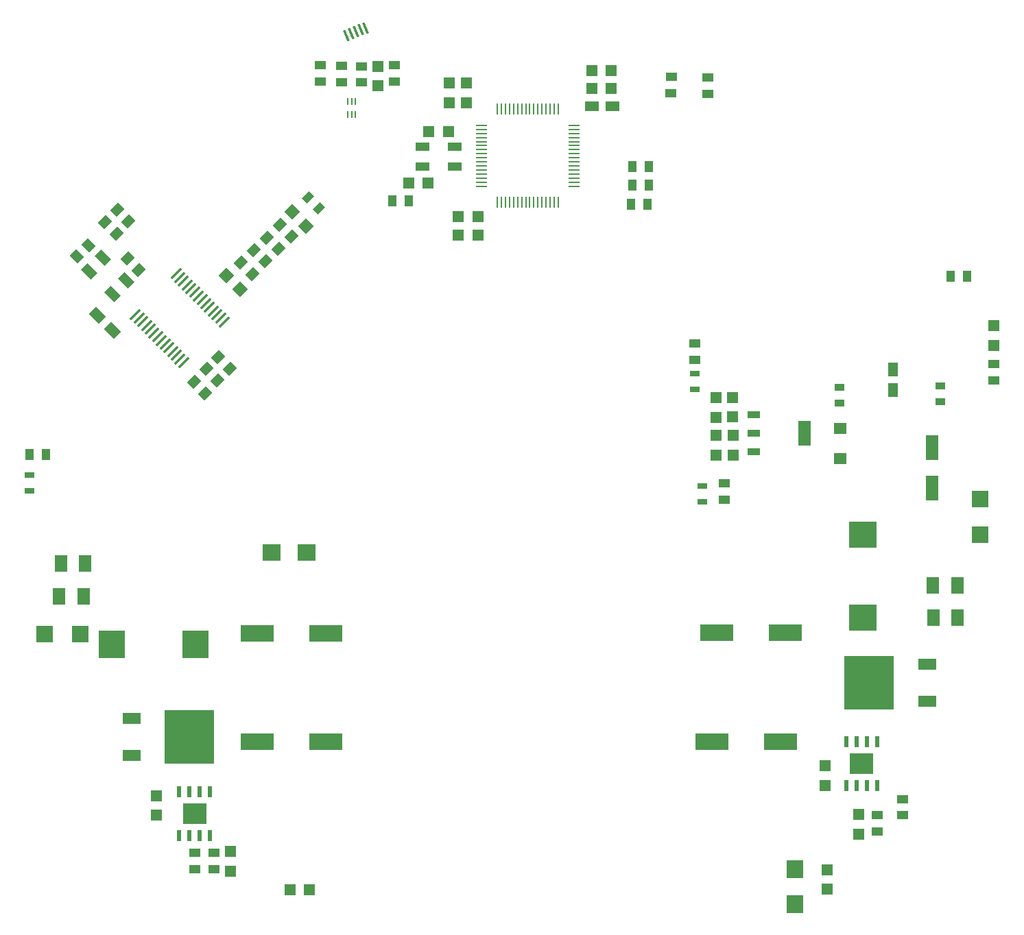
<source format=gts>
G04 DesignSpark PCB Gerber Version 12.0 Build 5942*
%FSLAX35Y35*%
%MOMM*%
%ADD164R,0.20000X0.89000*%
%ADD158R,0.20000X1.37500*%
%ADD129R,0.55000X1.42500*%
%ADD143R,1.10000X1.42400*%
%ADD139R,1.20000X1.70000*%
%ADD132R,1.32240X1.37320*%
%ADD144R,1.50000X3.05000*%
%ADD136R,1.65000X2.15000*%
%ADD138R,1.65000X3.10000*%
%ADD153R,2.05000X2.10000*%
%ADD156R,2.05000X2.20000*%
%ADD160R,3.25000X3.50000*%
%ADD134R,6.13000X6.64000*%
%ADD157R,1.37500X0.20000*%
%AMT163*0 Rectangle Pad at angle 22*21,1,0.30000,1.40000,0,0,22*%
%ADD163T163*%
%ADD154R,1.30000X0.80000*%
%ADD137R,1.65000X0.85000*%
%ADD159R,1.29700X0.91600*%
%AMT150*0 Rectangle Pad at angle 45*21,1,1.10000,1.42400,0,0,45*%
%ADD150T150*%
%AMT155*0 Rectangle Pad at angle 45*21,1,1.10000,1.70000,0,0,45*%
%ADD155T155*%
%ADD135R,1.42400X1.10000*%
%ADD152R,1.70000X1.10000*%
%AMT148*0 Rectangle Pad at angle 45*21,1,1.20000,1.70000,0,0,45*%
%ADD148T148*%
%ADD141R,1.70000X1.20000*%
%AMT149*0 Rectangle Pad at angle 45*21,1,1.32240,1.37320,0,0,45*%
%ADD149T149*%
%ADD147R,1.37320X1.32240*%
%ADD133R,2.18000X1.42400*%
%ADD145R,1.53000X1.43000*%
%ADD161R,2.10000X2.05000*%
%ADD162R,2.20000X2.05000*%
%ADD131R,4.05000X2.05000*%
%ADD130R,3.00000X2.50000*%
%AMT142*0 Rectangle Pad at angle 135*21,1,0.35000,1.70000,0,0,135*%
%ADD142T142*%
%AMT151*0 Rectangle Pad at angle 135*21,1,0.91600,1.29700,0,0,135*%
%ADD151T151*%
%AMT140*0 Rectangle Pad at angle 135*21,1,1.10000,1.42400,0,0,135*%
%ADD140T140*%
%ADD146R,3.50000X3.25000*%
X0Y0D02*
D02*
D129*
X41609450Y41073060D03*
Y41615460D03*
X41736450Y41073060D03*
Y41615460D03*
X41863450Y41073060D03*
Y41615460D03*
X41990450Y41073060D03*
Y41615460D03*
X49844450Y41690560D03*
Y42232960D03*
X49971450Y41690560D03*
Y42232960D03*
X50098450Y41690560D03*
Y42232960D03*
X50225450Y41690560D03*
Y42232960D03*
D02*
D130*
X41799950Y41344260D03*
X50034950Y41961760D03*
D02*
D131*
X42570950Y42231760D03*
Y43569260D03*
X43420950Y42231760D03*
Y43569260D03*
X48184950Y42231760D03*
X48244950Y43580260D03*
X49034950Y42231760D03*
X49094950Y43580260D03*
D02*
D132*
X41332950Y41320760D03*
Y41561760D03*
X42241450Y40634260D03*
Y40875260D03*
X44064950Y50330260D03*
Y50571260D03*
X44945450Y50124160D03*
Y50365160D03*
X45159450Y50124160D03*
Y50365160D03*
X48235950Y46239260D03*
Y46480260D03*
X48236450Y45771260D03*
Y46012260D03*
X48443950Y46240040D03*
Y46481040D03*
X48446450Y45770260D03*
Y46011260D03*
X49580450Y41690760D03*
Y41931760D03*
X49612950Y40408760D03*
Y40649760D03*
X49994450Y41091760D03*
Y41332760D03*
X51662450Y47125760D03*
Y47366760D03*
D02*
D133*
X41020290Y42060260D03*
Y42518260D03*
X50842110Y42732760D03*
Y43190760D03*
D02*
D134*
X41734790Y42289260D03*
X50127610Y42961760D03*
D02*
D135*
X41798950Y40657760D03*
X41799950Y40857760D03*
X42035950Y40655760D03*
X42036950Y40855760D03*
X43352450Y50384260D03*
X43353450Y50584260D03*
X43614950Y50375260D03*
X43615950Y50575260D03*
X43858950Y50372260D03*
X43859950Y50572260D03*
X44268950Y50383760D03*
X44269950Y50583760D03*
X47682950Y50241260D03*
X47683950Y50441260D03*
X47976950Y46948260D03*
X47977950Y47148260D03*
X48132950Y50235760D03*
X48133950Y50435760D03*
X48339950Y45218760D03*
X48340950Y45418760D03*
X50229950Y41120760D03*
X50230950Y41320760D03*
X50539450D03*
X50540450Y41520760D03*
X51666950Y46695760D03*
X51667950Y46895760D03*
D02*
D136*
X40127450Y44021760D03*
X40149950Y44431760D03*
X40427450Y44021760D03*
X40449950Y44431760D03*
X50914950Y44161760D03*
X50919950Y43761760D03*
X51214950Y44161760D03*
X51219950Y43761760D03*
D02*
D137*
X48702450Y45811260D03*
Y46041260D03*
Y46271260D03*
D02*
D138*
X49332450Y46041260D03*
D02*
D139*
X50421950Y46571760D03*
Y46831760D03*
D02*
D140*
X40693150Y48646470D03*
X40833870Y48504340D03*
X40844650Y48800470D03*
X40969030Y48199180D03*
X40985370Y48658340D03*
X41109750Y48057050D03*
X41792530Y46678180D03*
X41933250Y46536050D03*
X41942650Y46834470D03*
X42083370Y46692340D03*
X42093150Y46982470D03*
X42233870Y46840340D03*
X42373650Y48146470D03*
X42514370Y48004340D03*
X42533650Y48303970D03*
X42674370Y48161840D03*
X42694650Y48457470D03*
X42835370Y48315340D03*
X42852150Y48614970D03*
X42992870Y48472840D03*
D02*
D141*
X46701450Y50079160D03*
X46961450D03*
D02*
D142*
X41068170Y47509490D03*
X41114140Y47463530D03*
X41160100Y47417570D03*
X41206060Y47371600D03*
X41252020Y47325640D03*
X41297980Y47279680D03*
X41343950Y47233720D03*
X41389910Y47187760D03*
X41435870Y47141790D03*
X41481830Y47095830D03*
X41527790Y47049870D03*
X41570220Y48011540D03*
X41573760Y47003910D03*
X41616180Y47965570D03*
X41619720Y46957950D03*
X41662140Y47919610D03*
X41665680Y46911980D03*
X41708110Y47873650D03*
X41754070Y47827690D03*
X41800030Y47781730D03*
X41845990Y47735760D03*
X41891950Y47689800D03*
X41937920Y47643840D03*
X41983880Y47597880D03*
X42029840Y47551920D03*
X42075800Y47505950D03*
X42121760Y47459990D03*
X42167730Y47414030D03*
D02*
D143*
X39764450Y45775260D03*
X39964450Y45774260D03*
X44244450Y48907760D03*
X44444450Y48906760D03*
X47186950Y48868760D03*
X47206950Y49108760D03*
Y49333760D03*
X47386950Y48867760D03*
X47406950Y49107760D03*
Y49332760D03*
X51132950Y47977760D03*
X51332950Y47976760D03*
D02*
D144*
X50902450Y45366760D03*
Y45866760D03*
D02*
D145*
X49771450Y45724260D03*
Y46104260D03*
D02*
D146*
X50049950Y43761760D03*
Y44791760D03*
D02*
D147*
X42979950Y40404760D03*
X43220950D03*
X44444450Y49132260D03*
X44685450D03*
X44690950Y49765760D03*
X44931950D03*
X45056450Y48486160D03*
Y48716160D03*
X45297450Y48486160D03*
Y48716160D03*
X46701450Y50303660D03*
Y50519540D03*
X46942450Y50303660D03*
Y50519540D03*
D02*
D148*
X40601030Y47498180D03*
X40784870Y47314340D03*
D02*
D149*
X42192950Y47986470D03*
X42363360Y47816050D03*
X43001950Y48771970D03*
X43172360Y48601550D03*
D02*
D150*
X40348240Y48221460D03*
X40490370Y48362180D03*
D02*
D151*
X43199650Y48953560D03*
X43338250Y48814960D03*
D02*
D152*
X44615950Y49337760D03*
Y49577760D03*
X45015950Y49337760D03*
Y49577760D03*
D02*
D153*
X51494450Y44786760D03*
Y45226760D03*
D02*
D154*
X39764450Y45331760D03*
Y45521760D03*
X47975950Y46583260D03*
Y46773260D03*
X48066450Y45197760D03*
Y45387760D03*
D02*
D155*
X40501680Y48040330D03*
X40671380Y48210030D03*
X40784520Y47757490D03*
X40954220Y47927190D03*
D02*
D156*
X49212950Y40228260D03*
Y40658260D03*
D02*
D157*
X45339650Y49092760D03*
Y49142760D03*
Y49192760D03*
Y49242760D03*
Y49292760D03*
Y49342760D03*
Y49392760D03*
Y49442760D03*
Y49492760D03*
Y49542760D03*
Y49592760D03*
Y49642760D03*
Y49692760D03*
Y49742760D03*
Y49792760D03*
Y49842760D03*
X46487250Y49092760D03*
Y49142760D03*
Y49192760D03*
Y49242760D03*
Y49292760D03*
Y49342760D03*
Y49392760D03*
Y49442760D03*
Y49492760D03*
Y49542760D03*
Y49592760D03*
Y49642760D03*
Y49692760D03*
Y49742760D03*
Y49792760D03*
Y49842760D03*
D02*
D158*
X45538450Y48893960D03*
Y50041560D03*
X45588450Y48893960D03*
Y50041560D03*
X45638450Y48893960D03*
Y50041560D03*
X45688450Y48893960D03*
Y50041560D03*
X45738450Y48893960D03*
Y50041560D03*
X45788450Y48893960D03*
Y50041560D03*
X45838450Y48893960D03*
Y50041560D03*
X45888450Y48893960D03*
Y50041560D03*
X45938450Y48893960D03*
Y50041560D03*
X45988450Y48893960D03*
Y50041560D03*
X46038450Y48893960D03*
Y50041560D03*
X46088450Y48893960D03*
Y50041560D03*
X46138450Y48893960D03*
Y50041560D03*
X46188450Y48893960D03*
Y50041560D03*
X46238450Y48893960D03*
Y50041560D03*
X46288450Y48893960D03*
Y50041560D03*
D02*
D159*
X49764950Y46409260D03*
Y46605260D03*
X51007450Y46429260D03*
Y46625260D03*
D02*
D160*
X40779950Y43434260D03*
X41809950D03*
D02*
D161*
X39945950Y43563260D03*
X40385950D03*
D02*
D162*
X42754950Y44568260D03*
X43184950D03*
D02*
D163*
X43671240Y50950660D03*
X43731510Y50975010D03*
X43791780Y50999360D03*
X43852040Y51023710D03*
X43912310Y51048060D03*
D02*
D164*
X43687750Y49981160D03*
Y50142160D03*
X43737750Y49981160D03*
Y50142160D03*
X43787750Y49981160D03*
Y50142160D03*
X0Y0D02*
M02*

</source>
